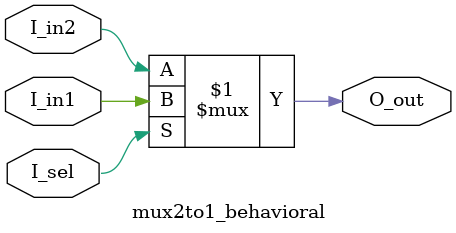
<source format=v>
module mux2to1_behavioral(
input  		I_in1,
input   	I_in2,
input   	I_sel,
output  	O_out
);

assign O_out =  I_sel ? I_in1 : I_in2; //// behavior desciption

////structure description
////assign O_out = (I_sel & I_in1 ) | ((!I_sel) & I_in2);

endmodule

</source>
